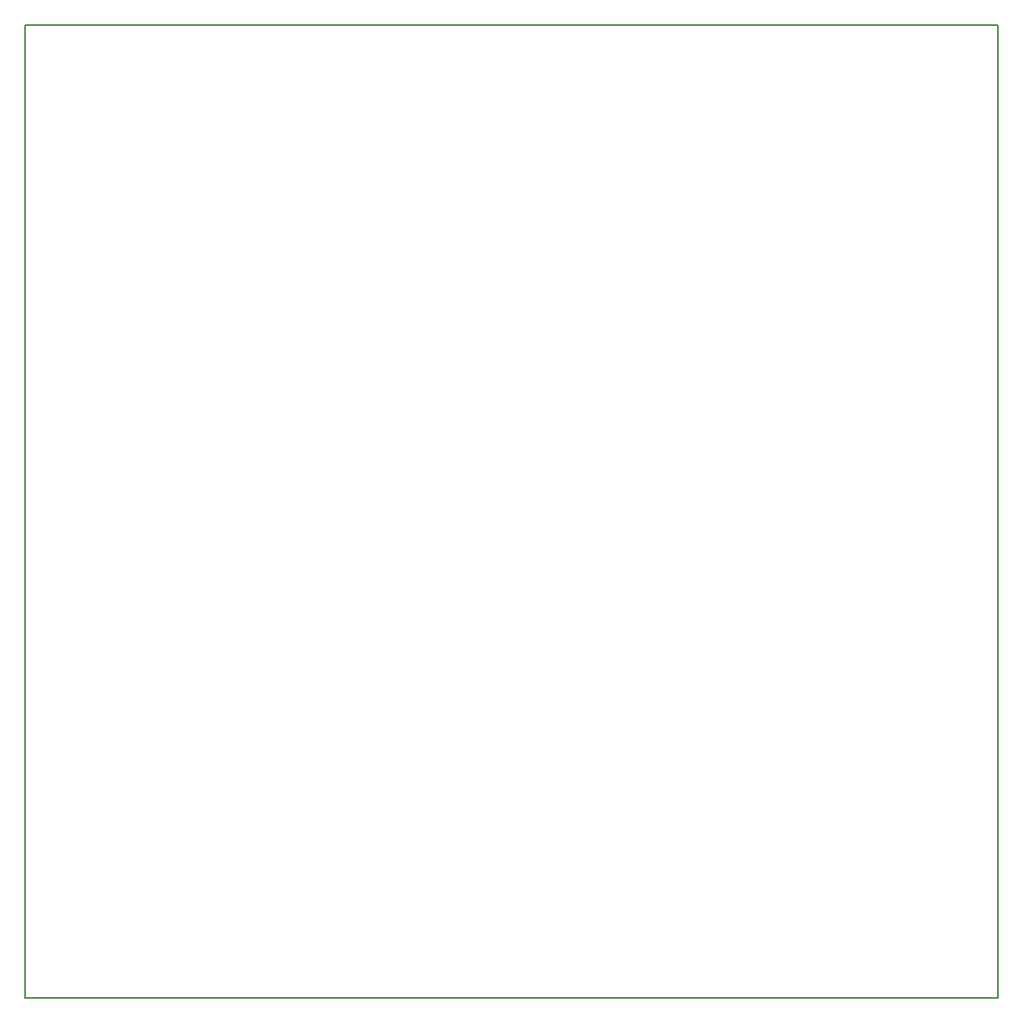
<source format=gm1>
G04 #@! TF.GenerationSoftware,KiCad,Pcbnew,(2017-11-24 revision 9df938484)-makepkg*
G04 #@! TF.CreationDate,2018-02-06T21:34:55+01:00*
G04 #@! TF.ProjectId,DigiSynth,4469676953796E74682E6B696361645F,rev?*
G04 #@! TF.SameCoordinates,Original*
G04 #@! TF.FileFunction,Profile,NP*
%FSLAX46Y46*%
G04 Gerber Fmt 4.6, Leading zero omitted, Abs format (unit mm)*
G04 Created by KiCad (PCBNEW (2017-11-24 revision 9df938484)-makepkg) date 02/06/18 21:34:55*
%MOMM*%
%LPD*%
G01*
G04 APERTURE LIST*
%ADD10C,0.150000*%
G04 APERTURE END LIST*
D10*
X111760000Y-17780000D02*
X16510000Y-17780000D01*
X111760000Y-113030000D02*
X111760000Y-17780000D01*
X16510000Y-113030000D02*
X111760000Y-113030000D01*
X16510000Y-17780000D02*
X16510000Y-113030000D01*
M02*

</source>
